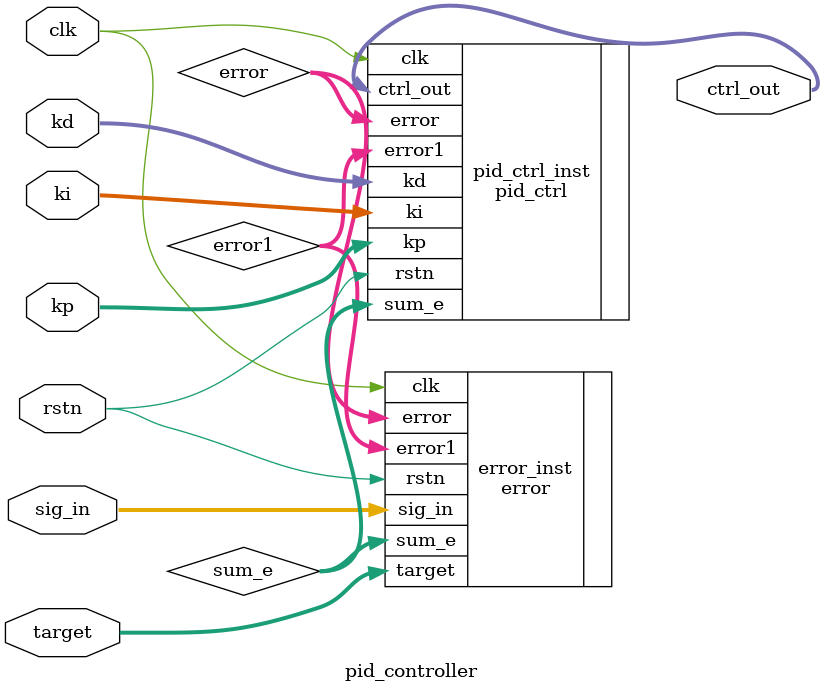
<source format=v>
`timescale 1ns / 1ps


module pid_controller (
        input  wire                  clk      ,      // Ê±ÖÓ50MHz
        input  wire                  rstn     ,      // ¸´Î»ÐÅºÅ
        input  wire signed [31:0]    sig_in   ,      // ·´À¡ÐÅºÅÊäÈë
        input  wire signed [31:0]    target   ,      // Ä¿±êÐÅºÅ
 
        input  wire signed [7:0]     kp       ,      // ±ÈÀý»·½ÚÏµÊý
        input  wire signed [7:0]     ki       ,      // »ý·Ö»·½ÚÏµÊý
        input  wire signed [7:0]     kd       ,      // Î¢·Ö»·½ÚÏµÊý
 
        output wire signed [63:0]    ctrl_out        // ¿ØÖÆÐÅºÅÊä³ö
    );
 
    wire     [31:0]  error   ;
    wire     [31:0]  error1  ;
    wire     [31:0]  sum_e   ;
    error error_inst (
              .clk            (clk)       ,
              .rstn           (rstn)      ,
              .sig_in         (sig_in)    ,
              .target         (target)    ,
              .error          (error)     ,
              .error1         (error1)    ,
              .sum_e          (sum_e)
          );
 
    pid_ctrl pid_ctrl_inst (
                 .clk            (clk)     ,
                 .rstn           (rstn)    ,
                 .error          (error)   ,
                 .error1         (error1)  ,
                 .sum_e          (sum_e)   ,
                 .kp             (kp)      ,
                 .ki             (ki)      ,
                 .kd             (kd)      ,
                 .ctrl_out       (ctrl_out)
             );
 
endmodule

</source>
